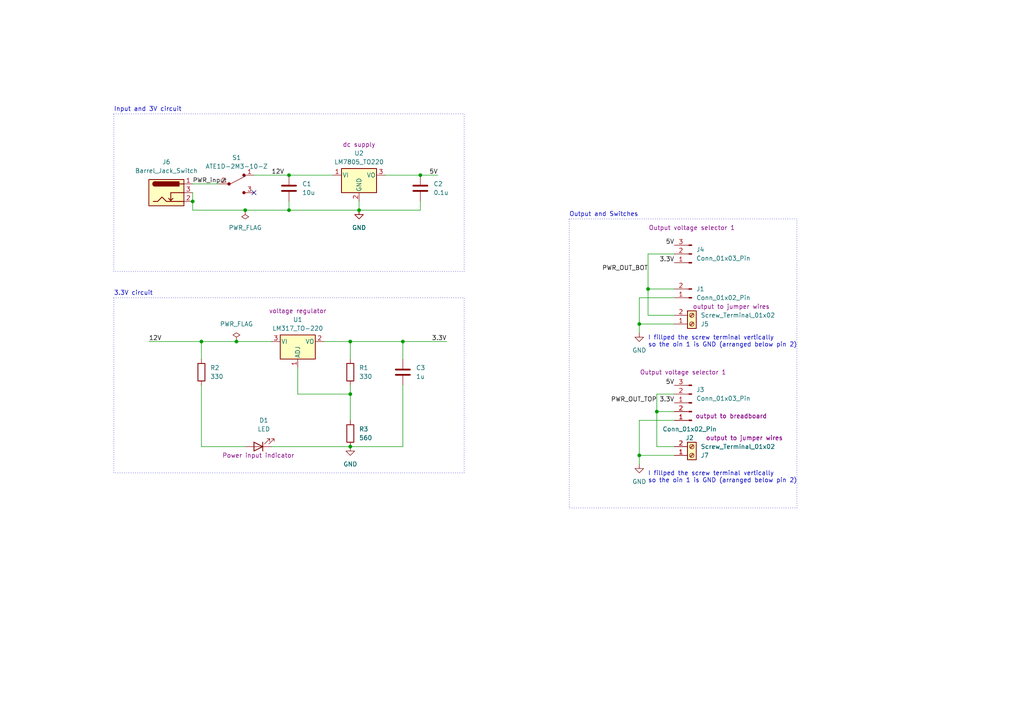
<source format=kicad_sch>
(kicad_sch
	(version 20250114)
	(generator "eeschema")
	(generator_version "9.0")
	(uuid "7e5603fa-0273-4833-bb01-68fdfd082a82")
	(paper "A4")
	(title_block
		(title "Learning KiCad with simple project ")
		(date "2025-12-23")
		(rev "1")
		(company "KMT&Co")
	)
	(lib_symbols
		(symbol "Connector:Barrel_Jack_Switch"
			(pin_names
				(hide yes)
			)
			(exclude_from_sim no)
			(in_bom yes)
			(on_board yes)
			(property "Reference" "J"
				(at 0 5.334 0)
				(effects
					(font
						(size 1.27 1.27)
					)
				)
			)
			(property "Value" "Barrel_Jack_Switch"
				(at 0 -5.08 0)
				(effects
					(font
						(size 1.27 1.27)
					)
				)
			)
			(property "Footprint" ""
				(at 1.27 -1.016 0)
				(effects
					(font
						(size 1.27 1.27)
					)
					(hide yes)
				)
			)
			(property "Datasheet" "~"
				(at 1.27 -1.016 0)
				(effects
					(font
						(size 1.27 1.27)
					)
					(hide yes)
				)
			)
			(property "Description" "DC Barrel Jack with an internal switch"
				(at 0 0 0)
				(effects
					(font
						(size 1.27 1.27)
					)
					(hide yes)
				)
			)
			(property "ki_keywords" "DC power barrel jack connector"
				(at 0 0 0)
				(effects
					(font
						(size 1.27 1.27)
					)
					(hide yes)
				)
			)
			(property "ki_fp_filters" "BarrelJack*"
				(at 0 0 0)
				(effects
					(font
						(size 1.27 1.27)
					)
					(hide yes)
				)
			)
			(symbol "Barrel_Jack_Switch_0_1"
				(rectangle
					(start -5.08 3.81)
					(end 5.08 -3.81)
					(stroke
						(width 0.254)
						(type default)
					)
					(fill
						(type background)
					)
				)
				(polyline
					(pts
						(xy -3.81 -2.54) (xy -2.54 -2.54) (xy -1.27 -1.27) (xy 0 -2.54) (xy 2.54 -2.54) (xy 5.08 -2.54)
					)
					(stroke
						(width 0.254)
						(type default)
					)
					(fill
						(type none)
					)
				)
				(arc
					(start -3.302 1.905)
					(mid -3.9343 2.54)
					(end -3.302 3.175)
					(stroke
						(width 0.254)
						(type default)
					)
					(fill
						(type none)
					)
				)
				(arc
					(start -3.302 1.905)
					(mid -3.9343 2.54)
					(end -3.302 3.175)
					(stroke
						(width 0.254)
						(type default)
					)
					(fill
						(type outline)
					)
				)
				(polyline
					(pts
						(xy 1.27 -2.286) (xy 1.905 -1.651)
					)
					(stroke
						(width 0.254)
						(type default)
					)
					(fill
						(type none)
					)
				)
				(rectangle
					(start 3.683 3.175)
					(end -3.302 1.905)
					(stroke
						(width 0.254)
						(type default)
					)
					(fill
						(type outline)
					)
				)
				(polyline
					(pts
						(xy 5.08 2.54) (xy 3.81 2.54)
					)
					(stroke
						(width 0.254)
						(type default)
					)
					(fill
						(type none)
					)
				)
				(polyline
					(pts
						(xy 5.08 0) (xy 1.27 0) (xy 1.27 -2.286) (xy 0.635 -1.651)
					)
					(stroke
						(width 0.254)
						(type default)
					)
					(fill
						(type none)
					)
				)
			)
			(symbol "Barrel_Jack_Switch_1_1"
				(pin passive line
					(at 7.62 2.54 180)
					(length 2.54)
					(name "~"
						(effects
							(font
								(size 1.27 1.27)
							)
						)
					)
					(number "1"
						(effects
							(font
								(size 1.27 1.27)
							)
						)
					)
				)
				(pin passive line
					(at 7.62 0 180)
					(length 2.54)
					(name "~"
						(effects
							(font
								(size 1.27 1.27)
							)
						)
					)
					(number "3"
						(effects
							(font
								(size 1.27 1.27)
							)
						)
					)
				)
				(pin passive line
					(at 7.62 -2.54 180)
					(length 2.54)
					(name "~"
						(effects
							(font
								(size 1.27 1.27)
							)
						)
					)
					(number "2"
						(effects
							(font
								(size 1.27 1.27)
							)
						)
					)
				)
			)
			(embedded_fonts no)
		)
		(symbol "Connector:Conn_01x02_Pin"
			(pin_names
				(offset 1.016)
				(hide yes)
			)
			(exclude_from_sim no)
			(in_bom yes)
			(on_board yes)
			(property "Reference" "J"
				(at 0 2.54 0)
				(effects
					(font
						(size 1.27 1.27)
					)
				)
			)
			(property "Value" "Conn_01x02_Pin"
				(at 0 -5.08 0)
				(effects
					(font
						(size 1.27 1.27)
					)
				)
			)
			(property "Footprint" ""
				(at 0 0 0)
				(effects
					(font
						(size 1.27 1.27)
					)
					(hide yes)
				)
			)
			(property "Datasheet" "~"
				(at 0 0 0)
				(effects
					(font
						(size 1.27 1.27)
					)
					(hide yes)
				)
			)
			(property "Description" "Generic connector, single row, 01x02, script generated"
				(at 0 0 0)
				(effects
					(font
						(size 1.27 1.27)
					)
					(hide yes)
				)
			)
			(property "ki_locked" ""
				(at 0 0 0)
				(effects
					(font
						(size 1.27 1.27)
					)
				)
			)
			(property "ki_keywords" "connector"
				(at 0 0 0)
				(effects
					(font
						(size 1.27 1.27)
					)
					(hide yes)
				)
			)
			(property "ki_fp_filters" "Connector*:*_1x??_*"
				(at 0 0 0)
				(effects
					(font
						(size 1.27 1.27)
					)
					(hide yes)
				)
			)
			(symbol "Conn_01x02_Pin_1_1"
				(rectangle
					(start 0.8636 0.127)
					(end 0 -0.127)
					(stroke
						(width 0.1524)
						(type default)
					)
					(fill
						(type outline)
					)
				)
				(rectangle
					(start 0.8636 -2.413)
					(end 0 -2.667)
					(stroke
						(width 0.1524)
						(type default)
					)
					(fill
						(type outline)
					)
				)
				(polyline
					(pts
						(xy 1.27 0) (xy 0.8636 0)
					)
					(stroke
						(width 0.1524)
						(type default)
					)
					(fill
						(type none)
					)
				)
				(polyline
					(pts
						(xy 1.27 -2.54) (xy 0.8636 -2.54)
					)
					(stroke
						(width 0.1524)
						(type default)
					)
					(fill
						(type none)
					)
				)
				(pin passive line
					(at 5.08 0 180)
					(length 3.81)
					(name "Pin_1"
						(effects
							(font
								(size 1.27 1.27)
							)
						)
					)
					(number "1"
						(effects
							(font
								(size 1.27 1.27)
							)
						)
					)
				)
				(pin passive line
					(at 5.08 -2.54 180)
					(length 3.81)
					(name "Pin_2"
						(effects
							(font
								(size 1.27 1.27)
							)
						)
					)
					(number "2"
						(effects
							(font
								(size 1.27 1.27)
							)
						)
					)
				)
			)
			(embedded_fonts no)
		)
		(symbol "Connector:Conn_01x03_Pin"
			(pin_names
				(offset 1.016)
				(hide yes)
			)
			(exclude_from_sim no)
			(in_bom yes)
			(on_board yes)
			(property "Reference" "J"
				(at 0 5.08 0)
				(effects
					(font
						(size 1.27 1.27)
					)
				)
			)
			(property "Value" "Conn_01x03_Pin"
				(at 0 -5.08 0)
				(effects
					(font
						(size 1.27 1.27)
					)
				)
			)
			(property "Footprint" ""
				(at 0 0 0)
				(effects
					(font
						(size 1.27 1.27)
					)
					(hide yes)
				)
			)
			(property "Datasheet" "~"
				(at 0 0 0)
				(effects
					(font
						(size 1.27 1.27)
					)
					(hide yes)
				)
			)
			(property "Description" "Generic connector, single row, 01x03, script generated"
				(at 0 0 0)
				(effects
					(font
						(size 1.27 1.27)
					)
					(hide yes)
				)
			)
			(property "ki_locked" ""
				(at 0 0 0)
				(effects
					(font
						(size 1.27 1.27)
					)
				)
			)
			(property "ki_keywords" "connector"
				(at 0 0 0)
				(effects
					(font
						(size 1.27 1.27)
					)
					(hide yes)
				)
			)
			(property "ki_fp_filters" "Connector*:*_1x??_*"
				(at 0 0 0)
				(effects
					(font
						(size 1.27 1.27)
					)
					(hide yes)
				)
			)
			(symbol "Conn_01x03_Pin_1_1"
				(rectangle
					(start 0.8636 2.667)
					(end 0 2.413)
					(stroke
						(width 0.1524)
						(type default)
					)
					(fill
						(type outline)
					)
				)
				(rectangle
					(start 0.8636 0.127)
					(end 0 -0.127)
					(stroke
						(width 0.1524)
						(type default)
					)
					(fill
						(type outline)
					)
				)
				(rectangle
					(start 0.8636 -2.413)
					(end 0 -2.667)
					(stroke
						(width 0.1524)
						(type default)
					)
					(fill
						(type outline)
					)
				)
				(polyline
					(pts
						(xy 1.27 2.54) (xy 0.8636 2.54)
					)
					(stroke
						(width 0.1524)
						(type default)
					)
					(fill
						(type none)
					)
				)
				(polyline
					(pts
						(xy 1.27 0) (xy 0.8636 0)
					)
					(stroke
						(width 0.1524)
						(type default)
					)
					(fill
						(type none)
					)
				)
				(polyline
					(pts
						(xy 1.27 -2.54) (xy 0.8636 -2.54)
					)
					(stroke
						(width 0.1524)
						(type default)
					)
					(fill
						(type none)
					)
				)
				(pin passive line
					(at 5.08 2.54 180)
					(length 3.81)
					(name "Pin_1"
						(effects
							(font
								(size 1.27 1.27)
							)
						)
					)
					(number "1"
						(effects
							(font
								(size 1.27 1.27)
							)
						)
					)
				)
				(pin passive line
					(at 5.08 0 180)
					(length 3.81)
					(name "Pin_2"
						(effects
							(font
								(size 1.27 1.27)
							)
						)
					)
					(number "2"
						(effects
							(font
								(size 1.27 1.27)
							)
						)
					)
				)
				(pin passive line
					(at 5.08 -2.54 180)
					(length 3.81)
					(name "Pin_3"
						(effects
							(font
								(size 1.27 1.27)
							)
						)
					)
					(number "3"
						(effects
							(font
								(size 1.27 1.27)
							)
						)
					)
				)
			)
			(embedded_fonts no)
		)
		(symbol "Connector:Screw_Terminal_01x02"
			(pin_names
				(offset 1.016)
				(hide yes)
			)
			(exclude_from_sim no)
			(in_bom yes)
			(on_board yes)
			(property "Reference" "J"
				(at 0 2.54 0)
				(effects
					(font
						(size 1.27 1.27)
					)
				)
			)
			(property "Value" "Screw_Terminal_01x02"
				(at 0 -5.08 0)
				(effects
					(font
						(size 1.27 1.27)
					)
				)
			)
			(property "Footprint" ""
				(at 0 0 0)
				(effects
					(font
						(size 1.27 1.27)
					)
					(hide yes)
				)
			)
			(property "Datasheet" "~"
				(at 0 0 0)
				(effects
					(font
						(size 1.27 1.27)
					)
					(hide yes)
				)
			)
			(property "Description" "Generic screw terminal, single row, 01x02, script generated (kicad-library-utils/schlib/autogen/connector/)"
				(at 0 0 0)
				(effects
					(font
						(size 1.27 1.27)
					)
					(hide yes)
				)
			)
			(property "ki_keywords" "screw terminal"
				(at 0 0 0)
				(effects
					(font
						(size 1.27 1.27)
					)
					(hide yes)
				)
			)
			(property "ki_fp_filters" "TerminalBlock*:*"
				(at 0 0 0)
				(effects
					(font
						(size 1.27 1.27)
					)
					(hide yes)
				)
			)
			(symbol "Screw_Terminal_01x02_1_1"
				(rectangle
					(start -1.27 1.27)
					(end 1.27 -3.81)
					(stroke
						(width 0.254)
						(type default)
					)
					(fill
						(type background)
					)
				)
				(polyline
					(pts
						(xy -0.5334 0.3302) (xy 0.3302 -0.508)
					)
					(stroke
						(width 0.1524)
						(type default)
					)
					(fill
						(type none)
					)
				)
				(polyline
					(pts
						(xy -0.5334 -2.2098) (xy 0.3302 -3.048)
					)
					(stroke
						(width 0.1524)
						(type default)
					)
					(fill
						(type none)
					)
				)
				(polyline
					(pts
						(xy -0.3556 0.508) (xy 0.508 -0.3302)
					)
					(stroke
						(width 0.1524)
						(type default)
					)
					(fill
						(type none)
					)
				)
				(polyline
					(pts
						(xy -0.3556 -2.032) (xy 0.508 -2.8702)
					)
					(stroke
						(width 0.1524)
						(type default)
					)
					(fill
						(type none)
					)
				)
				(circle
					(center 0 0)
					(radius 0.635)
					(stroke
						(width 0.1524)
						(type default)
					)
					(fill
						(type none)
					)
				)
				(circle
					(center 0 -2.54)
					(radius 0.635)
					(stroke
						(width 0.1524)
						(type default)
					)
					(fill
						(type none)
					)
				)
				(pin passive line
					(at -5.08 0 0)
					(length 3.81)
					(name "Pin_1"
						(effects
							(font
								(size 1.27 1.27)
							)
						)
					)
					(number "1"
						(effects
							(font
								(size 1.27 1.27)
							)
						)
					)
				)
				(pin passive line
					(at -5.08 -2.54 0)
					(length 3.81)
					(name "Pin_2"
						(effects
							(font
								(size 1.27 1.27)
							)
						)
					)
					(number "2"
						(effects
							(font
								(size 1.27 1.27)
							)
						)
					)
				)
			)
			(embedded_fonts no)
		)
		(symbol "Device:C"
			(pin_numbers
				(hide yes)
			)
			(pin_names
				(offset 0.254)
			)
			(exclude_from_sim no)
			(in_bom yes)
			(on_board yes)
			(property "Reference" "C"
				(at 0.635 2.54 0)
				(effects
					(font
						(size 1.27 1.27)
					)
					(justify left)
				)
			)
			(property "Value" "C"
				(at 0.635 -2.54 0)
				(effects
					(font
						(size 1.27 1.27)
					)
					(justify left)
				)
			)
			(property "Footprint" ""
				(at 0.9652 -3.81 0)
				(effects
					(font
						(size 1.27 1.27)
					)
					(hide yes)
				)
			)
			(property "Datasheet" "~"
				(at 0 0 0)
				(effects
					(font
						(size 1.27 1.27)
					)
					(hide yes)
				)
			)
			(property "Description" "Unpolarized capacitor"
				(at 0 0 0)
				(effects
					(font
						(size 1.27 1.27)
					)
					(hide yes)
				)
			)
			(property "ki_keywords" "cap capacitor"
				(at 0 0 0)
				(effects
					(font
						(size 1.27 1.27)
					)
					(hide yes)
				)
			)
			(property "ki_fp_filters" "C_*"
				(at 0 0 0)
				(effects
					(font
						(size 1.27 1.27)
					)
					(hide yes)
				)
			)
			(symbol "C_0_1"
				(polyline
					(pts
						(xy -2.032 0.762) (xy 2.032 0.762)
					)
					(stroke
						(width 0.508)
						(type default)
					)
					(fill
						(type none)
					)
				)
				(polyline
					(pts
						(xy -2.032 -0.762) (xy 2.032 -0.762)
					)
					(stroke
						(width 0.508)
						(type default)
					)
					(fill
						(type none)
					)
				)
			)
			(symbol "C_1_1"
				(pin passive line
					(at 0 3.81 270)
					(length 2.794)
					(name "~"
						(effects
							(font
								(size 1.27 1.27)
							)
						)
					)
					(number "1"
						(effects
							(font
								(size 1.27 1.27)
							)
						)
					)
				)
				(pin passive line
					(at 0 -3.81 90)
					(length 2.794)
					(name "~"
						(effects
							(font
								(size 1.27 1.27)
							)
						)
					)
					(number "2"
						(effects
							(font
								(size 1.27 1.27)
							)
						)
					)
				)
			)
			(embedded_fonts no)
		)
		(symbol "Device:LED"
			(pin_numbers
				(hide yes)
			)
			(pin_names
				(offset 1.016)
				(hide yes)
			)
			(exclude_from_sim no)
			(in_bom yes)
			(on_board yes)
			(property "Reference" "D"
				(at 0 2.54 0)
				(effects
					(font
						(size 1.27 1.27)
					)
				)
			)
			(property "Value" "LED"
				(at 0 -2.54 0)
				(effects
					(font
						(size 1.27 1.27)
					)
				)
			)
			(property "Footprint" ""
				(at 0 0 0)
				(effects
					(font
						(size 1.27 1.27)
					)
					(hide yes)
				)
			)
			(property "Datasheet" "~"
				(at 0 0 0)
				(effects
					(font
						(size 1.27 1.27)
					)
					(hide yes)
				)
			)
			(property "Description" "Light emitting diode"
				(at 0 0 0)
				(effects
					(font
						(size 1.27 1.27)
					)
					(hide yes)
				)
			)
			(property "Sim.Pins" "1=K 2=A"
				(at 0 0 0)
				(effects
					(font
						(size 1.27 1.27)
					)
					(hide yes)
				)
			)
			(property "ki_keywords" "LED diode"
				(at 0 0 0)
				(effects
					(font
						(size 1.27 1.27)
					)
					(hide yes)
				)
			)
			(property "ki_fp_filters" "LED* LED_SMD:* LED_THT:*"
				(at 0 0 0)
				(effects
					(font
						(size 1.27 1.27)
					)
					(hide yes)
				)
			)
			(symbol "LED_0_1"
				(polyline
					(pts
						(xy -3.048 -0.762) (xy -4.572 -2.286) (xy -3.81 -2.286) (xy -4.572 -2.286) (xy -4.572 -1.524)
					)
					(stroke
						(width 0)
						(type default)
					)
					(fill
						(type none)
					)
				)
				(polyline
					(pts
						(xy -1.778 -0.762) (xy -3.302 -2.286) (xy -2.54 -2.286) (xy -3.302 -2.286) (xy -3.302 -1.524)
					)
					(stroke
						(width 0)
						(type default)
					)
					(fill
						(type none)
					)
				)
				(polyline
					(pts
						(xy -1.27 0) (xy 1.27 0)
					)
					(stroke
						(width 0)
						(type default)
					)
					(fill
						(type none)
					)
				)
				(polyline
					(pts
						(xy -1.27 -1.27) (xy -1.27 1.27)
					)
					(stroke
						(width 0.254)
						(type default)
					)
					(fill
						(type none)
					)
				)
				(polyline
					(pts
						(xy 1.27 -1.27) (xy 1.27 1.27) (xy -1.27 0) (xy 1.27 -1.27)
					)
					(stroke
						(width 0.254)
						(type default)
					)
					(fill
						(type none)
					)
				)
			)
			(symbol "LED_1_1"
				(pin passive line
					(at -3.81 0 0)
					(length 2.54)
					(name "K"
						(effects
							(font
								(size 1.27 1.27)
							)
						)
					)
					(number "1"
						(effects
							(font
								(size 1.27 1.27)
							)
						)
					)
				)
				(pin passive line
					(at 3.81 0 180)
					(length 2.54)
					(name "A"
						(effects
							(font
								(size 1.27 1.27)
							)
						)
					)
					(number "2"
						(effects
							(font
								(size 1.27 1.27)
							)
						)
					)
				)
			)
			(embedded_fonts no)
		)
		(symbol "Device:R"
			(pin_numbers
				(hide yes)
			)
			(pin_names
				(offset 0)
			)
			(exclude_from_sim no)
			(in_bom yes)
			(on_board yes)
			(property "Reference" "R"
				(at 2.032 0 90)
				(effects
					(font
						(size 1.27 1.27)
					)
				)
			)
			(property "Value" "R"
				(at 0 0 90)
				(effects
					(font
						(size 1.27 1.27)
					)
				)
			)
			(property "Footprint" ""
				(at -1.778 0 90)
				(effects
					(font
						(size 1.27 1.27)
					)
					(hide yes)
				)
			)
			(property "Datasheet" "~"
				(at 0 0 0)
				(effects
					(font
						(size 1.27 1.27)
					)
					(hide yes)
				)
			)
			(property "Description" "Resistor"
				(at 0 0 0)
				(effects
					(font
						(size 1.27 1.27)
					)
					(hide yes)
				)
			)
			(property "ki_keywords" "R res resistor"
				(at 0 0 0)
				(effects
					(font
						(size 1.27 1.27)
					)
					(hide yes)
				)
			)
			(property "ki_fp_filters" "R_*"
				(at 0 0 0)
				(effects
					(font
						(size 1.27 1.27)
					)
					(hide yes)
				)
			)
			(symbol "R_0_1"
				(rectangle
					(start -1.016 -2.54)
					(end 1.016 2.54)
					(stroke
						(width 0.254)
						(type default)
					)
					(fill
						(type none)
					)
				)
			)
			(symbol "R_1_1"
				(pin passive line
					(at 0 3.81 270)
					(length 1.27)
					(name "~"
						(effects
							(font
								(size 1.27 1.27)
							)
						)
					)
					(number "1"
						(effects
							(font
								(size 1.27 1.27)
							)
						)
					)
				)
				(pin passive line
					(at 0 -3.81 90)
					(length 1.27)
					(name "~"
						(effects
							(font
								(size 1.27 1.27)
							)
						)
					)
					(number "2"
						(effects
							(font
								(size 1.27 1.27)
							)
						)
					)
				)
			)
			(embedded_fonts no)
		)
		(symbol "Regulator_Linear:LM317_TO-220"
			(pin_names
				(offset 0.254)
			)
			(exclude_from_sim no)
			(in_bom yes)
			(on_board yes)
			(property "Reference" "U"
				(at -3.81 3.175 0)
				(effects
					(font
						(size 1.27 1.27)
					)
				)
			)
			(property "Value" "LM317_TO-220"
				(at 0 3.175 0)
				(effects
					(font
						(size 1.27 1.27)
					)
					(justify left)
				)
			)
			(property "Footprint" "Package_TO_SOT_THT:TO-220-3_Vertical"
				(at 0 6.35 0)
				(effects
					(font
						(size 1.27 1.27)
						(italic yes)
					)
					(hide yes)
				)
			)
			(property "Datasheet" "http://www.ti.com/lit/ds/symlink/lm317.pdf"
				(at 0 0 0)
				(effects
					(font
						(size 1.27 1.27)
					)
					(hide yes)
				)
			)
			(property "Description" "1.5A 35V Adjustable Linear Regulator, TO-220"
				(at 0 0 0)
				(effects
					(font
						(size 1.27 1.27)
					)
					(hide yes)
				)
			)
			(property "ki_keywords" "Adjustable Voltage Regulator 1A Positive"
				(at 0 0 0)
				(effects
					(font
						(size 1.27 1.27)
					)
					(hide yes)
				)
			)
			(property "ki_fp_filters" "TO?220*"
				(at 0 0 0)
				(effects
					(font
						(size 1.27 1.27)
					)
					(hide yes)
				)
			)
			(symbol "LM317_TO-220_0_1"
				(rectangle
					(start -5.08 1.905)
					(end 5.08 -5.08)
					(stroke
						(width 0.254)
						(type default)
					)
					(fill
						(type background)
					)
				)
			)
			(symbol "LM317_TO-220_1_1"
				(pin power_in line
					(at -7.62 0 0)
					(length 2.54)
					(name "VI"
						(effects
							(font
								(size 1.27 1.27)
							)
						)
					)
					(number "3"
						(effects
							(font
								(size 1.27 1.27)
							)
						)
					)
				)
				(pin input line
					(at 0 -7.62 90)
					(length 2.54)
					(name "ADJ"
						(effects
							(font
								(size 1.27 1.27)
							)
						)
					)
					(number "1"
						(effects
							(font
								(size 1.27 1.27)
							)
						)
					)
				)
				(pin power_out line
					(at 7.62 0 180)
					(length 2.54)
					(name "VO"
						(effects
							(font
								(size 1.27 1.27)
							)
						)
					)
					(number "2"
						(effects
							(font
								(size 1.27 1.27)
							)
						)
					)
				)
			)
			(embedded_fonts no)
		)
		(symbol "Regulator_Linear:LM7805_TO220"
			(pin_names
				(offset 0.254)
			)
			(exclude_from_sim no)
			(in_bom yes)
			(on_board yes)
			(property "Reference" "U"
				(at -3.81 3.175 0)
				(effects
					(font
						(size 1.27 1.27)
					)
				)
			)
			(property "Value" "LM7805_TO220"
				(at 0 3.175 0)
				(effects
					(font
						(size 1.27 1.27)
					)
					(justify left)
				)
			)
			(property "Footprint" "Package_TO_SOT_THT:TO-220-3_Vertical"
				(at 0 5.715 0)
				(effects
					(font
						(size 1.27 1.27)
						(italic yes)
					)
					(hide yes)
				)
			)
			(property "Datasheet" "https://www.onsemi.cn/PowerSolutions/document/MC7800-D.PDF"
				(at 0 -1.27 0)
				(effects
					(font
						(size 1.27 1.27)
					)
					(hide yes)
				)
			)
			(property "Description" "Positive 1A 35V Linear Regulator, Fixed Output 5V, TO-220"
				(at 0 0 0)
				(effects
					(font
						(size 1.27 1.27)
					)
					(hide yes)
				)
			)
			(property "ki_keywords" "Voltage Regulator 1A Positive"
				(at 0 0 0)
				(effects
					(font
						(size 1.27 1.27)
					)
					(hide yes)
				)
			)
			(property "ki_fp_filters" "TO?220*"
				(at 0 0 0)
				(effects
					(font
						(size 1.27 1.27)
					)
					(hide yes)
				)
			)
			(symbol "LM7805_TO220_0_1"
				(rectangle
					(start -5.08 1.905)
					(end 5.08 -5.08)
					(stroke
						(width 0.254)
						(type default)
					)
					(fill
						(type background)
					)
				)
			)
			(symbol "LM7805_TO220_1_1"
				(pin power_in line
					(at -7.62 0 0)
					(length 2.54)
					(name "VI"
						(effects
							(font
								(size 1.27 1.27)
							)
						)
					)
					(number "1"
						(effects
							(font
								(size 1.27 1.27)
							)
						)
					)
				)
				(pin power_in line
					(at 0 -7.62 90)
					(length 2.54)
					(name "GND"
						(effects
							(font
								(size 1.27 1.27)
							)
						)
					)
					(number "2"
						(effects
							(font
								(size 1.27 1.27)
							)
						)
					)
				)
				(pin power_out line
					(at 7.62 0 180)
					(length 2.54)
					(name "VO"
						(effects
							(font
								(size 1.27 1.27)
							)
						)
					)
					(number "3"
						(effects
							(font
								(size 1.27 1.27)
							)
						)
					)
				)
			)
			(embedded_fonts no)
		)
		(symbol "dk_Toggle-Switches:ATE1D-2M3-10-Z"
			(pin_names
				(offset 0)
				(hide yes)
			)
			(exclude_from_sim no)
			(in_bom yes)
			(on_board yes)
			(property "Reference" "S"
				(at -3.302 2.921 0)
				(effects
					(font
						(size 1.27 1.27)
					)
				)
			)
			(property "Value" "ATE1D-2M3-10-Z"
				(at 0.127 -5.334 0)
				(effects
					(font
						(size 1.27 1.27)
					)
				)
			)
			(property "Footprint" "digikey-footprints:Switch_Toggle_ATE1D-2M3-10-Z"
				(at 5.08 5.08 0)
				(effects
					(font
						(size 1.27 1.27)
					)
					(justify left)
					(hide yes)
				)
			)
			(property "Datasheet" "https://www.nidec-copal-electronics.com/e/catalog/switch/ate.pdf"
				(at 5.08 7.62 0)
				(effects
					(font
						(size 1.524 1.524)
					)
					(justify left)
					(hide yes)
				)
			)
			(property "Description" "SWITCH TOGGLE SPDT 50MA 48V"
				(at 0 0 0)
				(effects
					(font
						(size 1.27 1.27)
					)
					(hide yes)
				)
			)
			(property "Digi-Key_PN" "563-1157-ND"
				(at 5.08 10.16 0)
				(effects
					(font
						(size 1.524 1.524)
					)
					(justify left)
					(hide yes)
				)
			)
			(property "MPN" "ATE1D-2M3-10-Z"
				(at 5.08 12.7 0)
				(effects
					(font
						(size 1.524 1.524)
					)
					(justify left)
					(hide yes)
				)
			)
			(property "Category" "Switches"
				(at 5.08 15.24 0)
				(effects
					(font
						(size 1.524 1.524)
					)
					(justify left)
					(hide yes)
				)
			)
			(property "Family" "Toggle Switches"
				(at 5.08 17.78 0)
				(effects
					(font
						(size 1.524 1.524)
					)
					(justify left)
					(hide yes)
				)
			)
			(property "DK_Datasheet_Link" "https://www.nidec-copal-electronics.com/e/catalog/switch/ate.pdf"
				(at 5.08 20.32 0)
				(effects
					(font
						(size 1.524 1.524)
					)
					(justify left)
					(hide yes)
				)
			)
			(property "DK_Detail_Page" "/product-detail/en/nidec-copal-electronics/ATE1D-2M3-10-Z/563-1157-ND/1792018"
				(at 5.08 22.86 0)
				(effects
					(font
						(size 1.524 1.524)
					)
					(justify left)
					(hide yes)
				)
			)
			(property "Description_1" "SWITCH TOGGLE SPDT 50MA 48V"
				(at 5.08 25.4 0)
				(effects
					(font
						(size 1.524 1.524)
					)
					(justify left)
					(hide yes)
				)
			)
			(property "Manufacturer" "Nidec Copal Electronics"
				(at 5.08 27.94 0)
				(effects
					(font
						(size 1.524 1.524)
					)
					(justify left)
					(hide yes)
				)
			)
			(property "Status" "Active"
				(at 5.08 30.48 0)
				(effects
					(font
						(size 1.524 1.524)
					)
					(justify left)
					(hide yes)
				)
			)
			(property "ki_keywords" "563-1157-ND ATE"
				(at 0 0 0)
				(effects
					(font
						(size 1.27 1.27)
					)
					(hide yes)
				)
			)
			(symbol "ATE1D-2M3-10-Z_0_1"
				(circle
					(center -2.159 0)
					(radius 0.4064)
					(stroke
						(width 0)
						(type solid)
					)
					(fill
						(type outline)
					)
				)
				(circle
					(center 2.159 2.54)
					(radius 0.381)
					(stroke
						(width 0)
						(type solid)
					)
					(fill
						(type outline)
					)
				)
				(circle
					(center 2.159 -2.54)
					(radius 0.381)
					(stroke
						(width 0)
						(type solid)
					)
					(fill
						(type outline)
					)
				)
				(polyline
					(pts
						(xy 2.667 2.286) (xy -1.778 0)
					)
					(stroke
						(width 0)
						(type solid)
					)
					(fill
						(type none)
					)
				)
			)
			(symbol "ATE1D-2M3-10-Z_1_1"
				(pin passive line
					(at -5.08 0 0)
					(length 2.54)
					(name "Com"
						(effects
							(font
								(size 1.27 1.27)
							)
						)
					)
					(number "2"
						(effects
							(font
								(size 1.27 1.27)
							)
						)
					)
				)
				(pin passive line
					(at 5.08 2.54 180)
					(length 2.54)
					(name "~"
						(effects
							(font
								(size 1.27 1.27)
							)
						)
					)
					(number "1"
						(effects
							(font
								(size 1.27 1.27)
							)
						)
					)
				)
				(pin passive line
					(at 5.08 -2.54 180)
					(length 2.54)
					(name "~"
						(effects
							(font
								(size 1.27 1.27)
							)
						)
					)
					(number "3"
						(effects
							(font
								(size 1.27 1.27)
							)
						)
					)
				)
			)
			(embedded_fonts no)
		)
		(symbol "power:GND"
			(power)
			(pin_numbers
				(hide yes)
			)
			(pin_names
				(offset 0)
				(hide yes)
			)
			(exclude_from_sim no)
			(in_bom yes)
			(on_board yes)
			(property "Reference" "#PWR"
				(at 0 -6.35 0)
				(effects
					(font
						(size 1.27 1.27)
					)
					(hide yes)
				)
			)
			(property "Value" "GND"
				(at 0 -3.81 0)
				(effects
					(font
						(size 1.27 1.27)
					)
				)
			)
			(property "Footprint" ""
				(at 0 0 0)
				(effects
					(font
						(size 1.27 1.27)
					)
					(hide yes)
				)
			)
			(property "Datasheet" ""
				(at 0 0 0)
				(effects
					(font
						(size 1.27 1.27)
					)
					(hide yes)
				)
			)
			(property "Description" "Power symbol creates a global label with name \"GND\" , ground"
				(at 0 0 0)
				(effects
					(font
						(size 1.27 1.27)
					)
					(hide yes)
				)
			)
			(property "ki_keywords" "global power"
				(at 0 0 0)
				(effects
					(font
						(size 1.27 1.27)
					)
					(hide yes)
				)
			)
			(symbol "GND_0_1"
				(polyline
					(pts
						(xy 0 0) (xy 0 -1.27) (xy 1.27 -1.27) (xy 0 -2.54) (xy -1.27 -1.27) (xy 0 -1.27)
					)
					(stroke
						(width 0)
						(type default)
					)
					(fill
						(type none)
					)
				)
			)
			(symbol "GND_1_1"
				(pin power_in line
					(at 0 0 270)
					(length 0)
					(name "~"
						(effects
							(font
								(size 1.27 1.27)
							)
						)
					)
					(number "1"
						(effects
							(font
								(size 1.27 1.27)
							)
						)
					)
				)
			)
			(embedded_fonts no)
		)
		(symbol "power:PWR_FLAG"
			(power)
			(pin_numbers
				(hide yes)
			)
			(pin_names
				(offset 0)
				(hide yes)
			)
			(exclude_from_sim no)
			(in_bom yes)
			(on_board yes)
			(property "Reference" "#FLG"
				(at 0 1.905 0)
				(effects
					(font
						(size 1.27 1.27)
					)
					(hide yes)
				)
			)
			(property "Value" "PWR_FLAG"
				(at 0 3.81 0)
				(effects
					(font
						(size 1.27 1.27)
					)
				)
			)
			(property "Footprint" ""
				(at 0 0 0)
				(effects
					(font
						(size 1.27 1.27)
					)
					(hide yes)
				)
			)
			(property "Datasheet" "~"
				(at 0 0 0)
				(effects
					(font
						(size 1.27 1.27)
					)
					(hide yes)
				)
			)
			(property "Description" "Special symbol for telling ERC where power comes from"
				(at 0 0 0)
				(effects
					(font
						(size 1.27 1.27)
					)
					(hide yes)
				)
			)
			(property "ki_keywords" "flag power"
				(at 0 0 0)
				(effects
					(font
						(size 1.27 1.27)
					)
					(hide yes)
				)
			)
			(symbol "PWR_FLAG_0_0"
				(pin power_out line
					(at 0 0 90)
					(length 0)
					(name "~"
						(effects
							(font
								(size 1.27 1.27)
							)
						)
					)
					(number "1"
						(effects
							(font
								(size 1.27 1.27)
							)
						)
					)
				)
			)
			(symbol "PWR_FLAG_0_1"
				(polyline
					(pts
						(xy 0 0) (xy 0 1.27) (xy -1.016 1.905) (xy 0 2.54) (xy 1.016 1.905) (xy 0 1.27)
					)
					(stroke
						(width 0)
						(type default)
					)
					(fill
						(type none)
					)
				)
			)
			(embedded_fonts no)
		)
	)
	(rectangle
		(start 165.1 63.5)
		(end 231.14 147.32)
		(stroke
			(width 0)
			(type dot)
		)
		(fill
			(type none)
		)
		(uuid 06cc7a30-212a-4352-b223-56c754625cb3)
	)
	(rectangle
		(start 33.02 86.36)
		(end 134.62 137.16)
		(stroke
			(width 0)
			(type dot)
		)
		(fill
			(type none)
		)
		(uuid 91c67f5b-a507-47fc-abf4-fd1240d90e53)
	)
	(rectangle
		(start 33.02 33.02)
		(end 134.62 78.74)
		(stroke
			(width 0)
			(type dot)
		)
		(fill
			(type none)
		)
		(uuid e2a2c2f4-db4e-446d-aa5a-1c99df250474)
	)
	(text "I fillped the screw terminal vertically \nso the oin 1 is GND (arranged below pin 2)"
		(exclude_from_sim no)
		(at 187.96 138.43 0)
		(effects
			(font
				(size 1.27 1.27)
			)
			(justify left)
		)
		(uuid "17ef753c-d928-4d1a-a7a1-353b8380ed64")
	)
	(text "3.3V circuit\n"
		(exclude_from_sim no)
		(at 33.02 85.09 0)
		(effects
			(font
				(size 1.27 1.27)
			)
			(justify left)
		)
		(uuid "5cc4cc09-5810-47bf-8692-ff1be3d18b6d")
	)
	(text "Output and Switches"
		(exclude_from_sim no)
		(at 165.1 62.23 0)
		(effects
			(font
				(size 1.27 1.27)
			)
			(justify left)
		)
		(uuid "9b60131f-c3cf-4699-ab83-0347001368ce")
	)
	(text "Input and 3V circuit"
		(exclude_from_sim no)
		(at 33.02 31.75 0)
		(effects
			(font
				(size 1.27 1.27)
			)
			(justify left)
		)
		(uuid "a07ad831-04ea-4c09-b82e-85fc36677b82")
	)
	(text "I fillped the screw terminal vertically \nso the oin 1 is GND (arranged below pin 2)"
		(exclude_from_sim no)
		(at 187.96 99.06 0)
		(effects
			(font
				(size 1.27 1.27)
			)
			(justify left)
		)
		(uuid "b03c2fdf-6694-489e-b1e9-8efd5d3266dd")
	)
	(junction
		(at 71.12 60.96)
		(diameter 0)
		(color 0 0 0 0)
		(uuid "1a8db16e-baf3-4502-ace5-66725cdd3786")
	)
	(junction
		(at 101.6 129.54)
		(diameter 0)
		(color 0 0 0 0)
		(uuid "323b0dc2-8b2e-4798-a04c-c38643df4a22")
	)
	(junction
		(at 58.42 99.06)
		(diameter 0)
		(color 0 0 0 0)
		(uuid "44e85049-0660-43e7-9309-d84b5e0e5125")
	)
	(junction
		(at 185.42 132.08)
		(diameter 0)
		(color 0 0 0 0)
		(uuid "580d9f02-0381-4f60-88cb-bd57da33736e")
	)
	(junction
		(at 187.96 83.82)
		(diameter 0)
		(color 0 0 0 0)
		(uuid "6085a29b-c35d-4e3f-8b0a-337b6990cd80")
	)
	(junction
		(at 185.42 93.98)
		(diameter 0)
		(color 0 0 0 0)
		(uuid "7968bfc9-ec53-4951-b079-f7c9a9f5df12")
	)
	(junction
		(at 101.6 99.06)
		(diameter 0)
		(color 0 0 0 0)
		(uuid "7c9dc2ac-3bbc-4012-ac1d-6cb552a830c7")
	)
	(junction
		(at 101.6 114.3)
		(diameter 0)
		(color 0 0 0 0)
		(uuid "9eb4608c-223b-48f6-bbf5-59e5df825ac4")
	)
	(junction
		(at 55.88 58.42)
		(diameter 0)
		(color 0 0 0 0)
		(uuid "a0cd798a-60a9-4c59-ad66-2bead7ce551d")
	)
	(junction
		(at 68.58 99.06)
		(diameter 0)
		(color 0 0 0 0)
		(uuid "b15b1341-67f0-4a45-b092-206647e47700")
	)
	(junction
		(at 116.84 99.06)
		(diameter 0)
		(color 0 0 0 0)
		(uuid "baaaff86-eb2d-40a0-8f6f-fa7a91785a69")
	)
	(junction
		(at 190.5 119.38)
		(diameter 0)
		(color 0 0 0 0)
		(uuid "bf604272-f80b-4eab-b7a5-5e46fe73f05b")
	)
	(junction
		(at 83.82 60.96)
		(diameter 0)
		(color 0 0 0 0)
		(uuid "c0b27703-185a-4d65-849b-99f958757add")
	)
	(junction
		(at 83.82 50.8)
		(diameter 0)
		(color 0 0 0 0)
		(uuid "d486aa4d-c087-41cc-bbd1-488ece2c46b2")
	)
	(junction
		(at 104.14 60.96)
		(diameter 0)
		(color 0 0 0 0)
		(uuid "d737dfa4-b138-4c1b-974c-534f2a92dfb4")
	)
	(junction
		(at 121.92 50.8)
		(diameter 0)
		(color 0 0 0 0)
		(uuid "e9da7df6-ac4f-44ad-9217-636fa889a620")
	)
	(no_connect
		(at 73.66 55.88)
		(uuid "c1879d9b-cd94-4c7e-9e2b-f023ab957b81")
	)
	(wire
		(pts
			(xy 195.58 93.98) (xy 185.42 93.98)
		)
		(stroke
			(width 0)
			(type default)
		)
		(uuid "02354433-bc66-4f2c-a7ff-1efd53af9f0b")
	)
	(wire
		(pts
			(xy 83.82 60.96) (xy 104.14 60.96)
		)
		(stroke
			(width 0)
			(type default)
		)
		(uuid "0372fe8c-2bcf-4251-9327-16b2e32353c3")
	)
	(wire
		(pts
			(xy 55.88 53.34) (xy 63.5 53.34)
		)
		(stroke
			(width 0)
			(type default)
		)
		(uuid "04948e22-63ca-4dfe-b17f-57bda7ba0da2")
	)
	(wire
		(pts
			(xy 104.14 58.42) (xy 104.14 60.96)
		)
		(stroke
			(width 0)
			(type default)
		)
		(uuid "0c9243e9-d177-4f23-a169-b3eef188229d")
	)
	(wire
		(pts
			(xy 187.96 83.82) (xy 187.96 91.44)
		)
		(stroke
			(width 0)
			(type default)
		)
		(uuid "138ad151-6939-485b-8812-bb47757b49c3")
	)
	(wire
		(pts
			(xy 185.42 134.62) (xy 185.42 132.08)
		)
		(stroke
			(width 0)
			(type default)
		)
		(uuid "14af860c-5955-45d2-b4bd-2b058ca78885")
	)
	(wire
		(pts
			(xy 101.6 99.06) (xy 101.6 104.14)
		)
		(stroke
			(width 0)
			(type default)
		)
		(uuid "17a8cf88-8550-4ac4-b4e3-3bf22c87a0b5")
	)
	(wire
		(pts
			(xy 111.76 50.8) (xy 121.92 50.8)
		)
		(stroke
			(width 0)
			(type default)
		)
		(uuid "1fe0733a-58d8-404a-9f2f-1c7f59c6a313")
	)
	(wire
		(pts
			(xy 190.5 114.3) (xy 190.5 119.38)
		)
		(stroke
			(width 0)
			(type default)
		)
		(uuid "20b6a2ff-5f56-4724-9041-dfd739ac81f6")
	)
	(wire
		(pts
			(xy 116.84 111.76) (xy 116.84 129.54)
		)
		(stroke
			(width 0)
			(type default)
		)
		(uuid "295bc381-9ef8-4453-90d7-73eda1f3d84f")
	)
	(wire
		(pts
			(xy 58.42 99.06) (xy 58.42 104.14)
		)
		(stroke
			(width 0)
			(type default)
		)
		(uuid "2f368f64-42c0-417c-aaf1-b281087ab8fd")
	)
	(wire
		(pts
			(xy 187.96 73.66) (xy 187.96 83.82)
		)
		(stroke
			(width 0)
			(type default)
		)
		(uuid "3853bb4b-6914-44d5-8204-054998517041")
	)
	(wire
		(pts
			(xy 55.88 58.42) (xy 55.88 60.96)
		)
		(stroke
			(width 0)
			(type default)
		)
		(uuid "4bbe3027-f9e3-4fd0-a010-377ed334d6d9")
	)
	(wire
		(pts
			(xy 43.18 99.06) (xy 58.42 99.06)
		)
		(stroke
			(width 0)
			(type default)
		)
		(uuid "53e2d2b2-8701-4cec-961e-74e65ef73053")
	)
	(wire
		(pts
			(xy 190.5 129.54) (xy 195.58 129.54)
		)
		(stroke
			(width 0)
			(type default)
		)
		(uuid "58f9c23f-5d45-4888-8fca-f9781919dcc2")
	)
	(wire
		(pts
			(xy 78.74 129.54) (xy 101.6 129.54)
		)
		(stroke
			(width 0)
			(type default)
		)
		(uuid "5a3ce2f9-019f-404d-b41f-f4364e87c66b")
	)
	(wire
		(pts
			(xy 190.5 114.3) (xy 195.58 114.3)
		)
		(stroke
			(width 0)
			(type default)
		)
		(uuid "6a487d17-6b04-4fe1-acec-4c3207a1177a")
	)
	(wire
		(pts
			(xy 185.42 86.36) (xy 185.42 93.98)
		)
		(stroke
			(width 0)
			(type default)
		)
		(uuid "6c34ee4a-6f89-4f05-8322-c40abc3e973b")
	)
	(wire
		(pts
			(xy 58.42 111.76) (xy 58.42 129.54)
		)
		(stroke
			(width 0)
			(type default)
		)
		(uuid "6dcaf507-d77a-45d3-b5b8-e8187333b539")
	)
	(wire
		(pts
			(xy 83.82 58.42) (xy 83.82 60.96)
		)
		(stroke
			(width 0)
			(type default)
		)
		(uuid "7498ffec-f27c-4740-95c3-946d94315b78")
	)
	(wire
		(pts
			(xy 116.84 99.06) (xy 129.54 99.06)
		)
		(stroke
			(width 0)
			(type default)
		)
		(uuid "7610f92a-f988-4d61-9f4d-42d494647b81")
	)
	(wire
		(pts
			(xy 93.98 99.06) (xy 101.6 99.06)
		)
		(stroke
			(width 0)
			(type default)
		)
		(uuid "7728da14-10a5-4aa6-b8b3-b5fecd377641")
	)
	(wire
		(pts
			(xy 121.92 58.42) (xy 121.92 60.96)
		)
		(stroke
			(width 0)
			(type default)
		)
		(uuid "7a81582c-e013-46d4-b766-e1acc73147e8")
	)
	(wire
		(pts
			(xy 185.42 93.98) (xy 185.42 96.52)
		)
		(stroke
			(width 0)
			(type default)
		)
		(uuid "7ad02394-7838-4705-86de-a71ba3840359")
	)
	(wire
		(pts
			(xy 185.42 121.92) (xy 195.58 121.92)
		)
		(stroke
			(width 0)
			(type default)
		)
		(uuid "7f0be9f3-0c90-4710-a3d8-e9cbc2a56c84")
	)
	(wire
		(pts
			(xy 83.82 50.8) (xy 96.52 50.8)
		)
		(stroke
			(width 0)
			(type default)
		)
		(uuid "83e2b5c7-8041-4ed5-beb9-2b25f35b81b1")
	)
	(wire
		(pts
			(xy 187.96 83.82) (xy 195.58 83.82)
		)
		(stroke
			(width 0)
			(type default)
		)
		(uuid "86064e2e-108d-4e2a-abab-3dd1a2246f86")
	)
	(wire
		(pts
			(xy 101.6 129.54) (xy 116.84 129.54)
		)
		(stroke
			(width 0)
			(type default)
		)
		(uuid "88f80f45-374e-428a-a8d5-3addee70b793")
	)
	(wire
		(pts
			(xy 104.14 60.96) (xy 121.92 60.96)
		)
		(stroke
			(width 0)
			(type default)
		)
		(uuid "8ac287bc-c986-436c-89a3-30cc0a02106a")
	)
	(wire
		(pts
			(xy 116.84 99.06) (xy 116.84 104.14)
		)
		(stroke
			(width 0)
			(type default)
		)
		(uuid "8bacb3f1-6b6e-415b-8f55-b87547415854")
	)
	(wire
		(pts
			(xy 71.12 60.96) (xy 83.82 60.96)
		)
		(stroke
			(width 0)
			(type default)
		)
		(uuid "9302430d-35ba-4e34-ba6f-9b25dfdd243f")
	)
	(wire
		(pts
			(xy 101.6 99.06) (xy 116.84 99.06)
		)
		(stroke
			(width 0)
			(type default)
		)
		(uuid "9c3d87bf-6bd1-45fa-9f95-13ccf6ee58be")
	)
	(wire
		(pts
			(xy 190.5 119.38) (xy 195.58 119.38)
		)
		(stroke
			(width 0)
			(type default)
		)
		(uuid "a0a911c1-57ac-44b1-9c4b-55967375a59c")
	)
	(wire
		(pts
			(xy 121.92 50.8) (xy 127 50.8)
		)
		(stroke
			(width 0)
			(type default)
		)
		(uuid "a147178c-1a51-4d54-886b-d247967783ec")
	)
	(wire
		(pts
			(xy 190.5 119.38) (xy 190.5 129.54)
		)
		(stroke
			(width 0)
			(type default)
		)
		(uuid "a52f6b66-1879-430a-857c-a0d44f86b44e")
	)
	(wire
		(pts
			(xy 187.96 73.66) (xy 195.58 73.66)
		)
		(stroke
			(width 0)
			(type default)
		)
		(uuid "b14b8d33-3bb6-45f5-bb37-367d3a8df73f")
	)
	(wire
		(pts
			(xy 58.42 129.54) (xy 71.12 129.54)
		)
		(stroke
			(width 0)
			(type default)
		)
		(uuid "b2063db1-5313-4fda-be0b-6af97757ae10")
	)
	(wire
		(pts
			(xy 101.6 114.3) (xy 101.6 121.92)
		)
		(stroke
			(width 0)
			(type default)
		)
		(uuid "b5d04716-0b51-4a2b-826a-5bb5f4712fe8")
	)
	(wire
		(pts
			(xy 58.42 99.06) (xy 68.58 99.06)
		)
		(stroke
			(width 0)
			(type default)
		)
		(uuid "b7cfd22a-279f-480b-9e22-3dd7c7fb44b8")
	)
	(wire
		(pts
			(xy 55.88 55.88) (xy 55.88 58.42)
		)
		(stroke
			(width 0)
			(type default)
		)
		(uuid "b9bba42a-4312-4f59-a21d-56916c266cfe")
	)
	(wire
		(pts
			(xy 187.96 91.44) (xy 195.58 91.44)
		)
		(stroke
			(width 0)
			(type default)
		)
		(uuid "c0b49a56-e55f-46e5-96fb-0591dcd37bac")
	)
	(wire
		(pts
			(xy 86.36 106.68) (xy 86.36 114.3)
		)
		(stroke
			(width 0)
			(type default)
		)
		(uuid "c53a503f-f78a-4df8-b8b2-aaf8b3aa85cc")
	)
	(wire
		(pts
			(xy 55.88 60.96) (xy 71.12 60.96)
		)
		(stroke
			(width 0)
			(type default)
		)
		(uuid "c6013add-357d-485d-b850-10287a541d53")
	)
	(wire
		(pts
			(xy 73.66 50.8) (xy 83.82 50.8)
		)
		(stroke
			(width 0)
			(type default)
		)
		(uuid "c6e0f9d1-b538-413d-8736-435ce6fdabf6")
	)
	(wire
		(pts
			(xy 185.42 121.92) (xy 185.42 132.08)
		)
		(stroke
			(width 0)
			(type default)
		)
		(uuid "cb667ba9-9066-414d-ae7a-2059a6cb2df2")
	)
	(wire
		(pts
			(xy 68.58 99.06) (xy 78.74 99.06)
		)
		(stroke
			(width 0)
			(type default)
		)
		(uuid "cc5fb5d3-59ec-4fc0-9037-c57c9307d910")
	)
	(wire
		(pts
			(xy 101.6 111.76) (xy 101.6 114.3)
		)
		(stroke
			(width 0)
			(type default)
		)
		(uuid "d4736b67-6e36-4745-8d9a-88826939e7db")
	)
	(wire
		(pts
			(xy 185.42 86.36) (xy 195.58 86.36)
		)
		(stroke
			(width 0)
			(type default)
		)
		(uuid "dca4ff5d-0cb3-400f-b774-893ff4036cd9")
	)
	(wire
		(pts
			(xy 185.42 132.08) (xy 195.58 132.08)
		)
		(stroke
			(width 0)
			(type default)
		)
		(uuid "e8eec17e-f809-41d1-adfe-10baa741f561")
	)
	(wire
		(pts
			(xy 86.36 114.3) (xy 101.6 114.3)
		)
		(stroke
			(width 0)
			(type default)
		)
		(uuid "ea027a6e-23a3-442e-8d29-9e9e30499d5d")
	)
	(label "PWR_OUT_BOT"
		(at 187.96 78.74 180)
		(effects
			(font
				(size 1.27 1.27)
			)
			(justify right bottom)
		)
		(uuid "0f03af44-5973-4545-8ab3-8c54008024ee")
	)
	(label "3.3V"
		(at 195.58 76.2 180)
		(effects
			(font
				(size 1.27 1.27)
			)
			(justify right bottom)
		)
		(uuid "41c0c35a-c203-40da-9bf9-0ba1abcc8c4a")
	)
	(label "PWR_input"
		(at 55.88 53.34 0)
		(effects
			(font
				(size 1.27 1.27)
			)
			(justify left bottom)
		)
		(uuid "49169c5e-39d3-4b39-9564-c4020d3b638a")
	)
	(label "PWR_OUT_TOP"
		(at 190.5 116.84 180)
		(effects
			(font
				(size 1.27 1.27)
			)
			(justify right bottom)
		)
		(uuid "8b6fdc2b-0200-4c77-913d-149fbbbef661")
	)
	(label "5V"
		(at 127 50.8 180)
		(effects
			(font
				(size 1.27 1.27)
			)
			(justify right bottom)
		)
		(uuid "95c7a7f3-d6b9-4176-af8c-cbe53b4366c1")
	)
	(label "3.3V"
		(at 195.58 116.84 180)
		(effects
			(font
				(size 1.27 1.27)
			)
			(justify right bottom)
		)
		(uuid "9647ae83-a5ef-4da2-b7ca-e3a5aee7df0d")
	)
	(label "12V"
		(at 43.18 99.06 0)
		(effects
			(font
				(size 1.27 1.27)
			)
			(justify left bottom)
		)
		(uuid "97c972b8-5df2-4857-a0f3-e1425214b335")
	)
	(label "5V"
		(at 195.58 111.76 180)
		(effects
			(font
				(size 1.27 1.27)
			)
			(justify right bottom)
		)
		(uuid "a036c181-341a-41b6-bb6b-5dd2ee03978d")
	)
	(label "3.3V"
		(at 129.54 99.06 180)
		(effects
			(font
				(size 1.27 1.27)
			)
			(justify right bottom)
		)
		(uuid "c916eacf-d2a0-411a-ac82-4b5cb8200173")
	)
	(label "5V"
		(at 195.58 71.12 180)
		(effects
			(font
				(size 1.27 1.27)
			)
			(justify right bottom)
		)
		(uuid "d8dd803d-1116-4363-8110-11d1d4a4a9a1")
	)
	(label "12V"
		(at 78.74 50.8 0)
		(effects
			(font
				(size 1.27 1.27)
			)
			(justify left bottom)
		)
		(uuid "db002356-b8ff-48fe-b37a-83cd0e171f98")
	)
	(symbol
		(lib_id "Device:LED")
		(at 74.93 129.54 180)
		(unit 1)
		(exclude_from_sim no)
		(in_bom yes)
		(on_board yes)
		(dnp no)
		(uuid "02c91a60-a419-400e-aff8-1119d9c1b1fc")
		(property "Reference" "D1"
			(at 76.5175 121.92 0)
			(effects
				(font
					(size 1.27 1.27)
				)
			)
		)
		(property "Value" "LED"
			(at 76.5175 124.46 0)
			(effects
				(font
					(size 1.27 1.27)
				)
			)
		)
		(property "Footprint" "LED_THT:LED_D5.0mm"
			(at 74.93 129.54 0)
			(effects
				(font
					(size 1.27 1.27)
				)
				(hide yes)
			)
		)
		(property "Datasheet" "~"
			(at 74.93 129.54 0)
			(effects
				(font
					(size 1.27 1.27)
				)
				(hide yes)
			)
		)
		(property "Description" "Light emitting diode"
			(at 74.93 129.54 0)
			(effects
				(font
					(size 1.27 1.27)
				)
				(hide yes)
			)
		)
		(property "Sim.Pins" "1=K 2=A"
			(at 74.93 129.54 0)
			(effects
				(font
					(size 1.27 1.27)
				)
				(hide yes)
			)
		)
		(property "purpose" "Power input indicator"
			(at 74.93 132.08 0)
			(effects
				(font
					(size 1.27 1.27)
				)
			)
		)
		(pin "1"
			(uuid "2fb659c8-c9e6-42d6-83ce-03dbcfb615e0")
		)
		(pin "2"
			(uuid "6e644065-3dc3-40c5-84c5-4226c2acaead")
		)
		(instances
			(project ""
				(path "/7e5603fa-0273-4833-bb01-68fdfd082a82"
					(reference "D1")
					(unit 1)
				)
			)
		)
	)
	(symbol
		(lib_id "power:GND")
		(at 101.6 129.54 0)
		(unit 1)
		(exclude_from_sim no)
		(in_bom yes)
		(on_board yes)
		(dnp no)
		(fields_autoplaced yes)
		(uuid "1c07f4ba-f7d2-4ae4-a550-29e40b9e44e8")
		(property "Reference" "#PWR03"
			(at 101.6 135.89 0)
			(effects
				(font
					(size 1.27 1.27)
				)
				(hide yes)
			)
		)
		(property "Value" "GND"
			(at 101.6 134.62 0)
			(effects
				(font
					(size 1.27 1.27)
				)
			)
		)
		(property "Footprint" ""
			(at 101.6 129.54 0)
			(effects
				(font
					(size 1.27 1.27)
				)
				(hide yes)
			)
		)
		(property "Datasheet" ""
			(at 101.6 129.54 0)
			(effects
				(font
					(size 1.27 1.27)
				)
				(hide yes)
			)
		)
		(property "Description" "Power symbol creates a global label with name \"GND\" , ground"
			(at 101.6 129.54 0)
			(effects
				(font
					(size 1.27 1.27)
				)
				(hide yes)
			)
		)
		(pin "1"
			(uuid "19cb76c8-0313-4aa3-86e5-39a1129365ed")
		)
		(instances
			(project ""
				(path "/7e5603fa-0273-4833-bb01-68fdfd082a82"
					(reference "#PWR03")
					(unit 1)
				)
			)
		)
	)
	(symbol
		(lib_id "Device:C")
		(at 116.84 107.95 0)
		(unit 1)
		(exclude_from_sim no)
		(in_bom yes)
		(on_board yes)
		(dnp no)
		(fields_autoplaced yes)
		(uuid "1e219c7c-a9e3-48a8-b717-8395da805219")
		(property "Reference" "C3"
			(at 120.65 106.6799 0)
			(effects
				(font
					(size 1.27 1.27)
				)
				(justify left)
			)
		)
		(property "Value" "1u"
			(at 120.65 109.2199 0)
			(effects
				(font
					(size 1.27 1.27)
				)
				(justify left)
			)
		)
		(property "Footprint" "Capacitor_THT:C_Disc_D3.0mm_W1.6mm_P2.50mm"
			(at 117.8052 111.76 0)
			(effects
				(font
					(size 1.27 1.27)
				)
				(hide yes)
			)
		)
		(property "Datasheet" "~"
			(at 116.84 107.95 0)
			(effects
				(font
					(size 1.27 1.27)
				)
				(hide yes)
			)
		)
		(property "Description" "Unpolarized capacitor"
			(at 116.84 107.95 0)
			(effects
				(font
					(size 1.27 1.27)
				)
				(hide yes)
			)
		)
		(pin "2"
			(uuid "e85148bf-36c2-4728-9cbe-e4b0131315eb")
		)
		(pin "1"
			(uuid "baeb034e-2b4d-457d-9e19-84676108c6cb")
		)
		(instances
			(project ""
				(path "/7e5603fa-0273-4833-bb01-68fdfd082a82"
					(reference "C3")
					(unit 1)
				)
			)
		)
	)
	(symbol
		(lib_id "dk_Toggle-Switches:ATE1D-2M3-10-Z")
		(at 68.58 53.34 0)
		(unit 1)
		(exclude_from_sim no)
		(in_bom yes)
		(on_board yes)
		(dnp no)
		(fields_autoplaced yes)
		(uuid "2073e86c-e93e-4063-bc85-3cb24cc546a7")
		(property "Reference" "S1"
			(at 68.6308 45.72 0)
			(effects
				(font
					(size 1.27 1.27)
				)
			)
		)
		(property "Value" "ATE1D-2M3-10-Z"
			(at 68.6308 48.26 0)
			(effects
				(font
					(size 1.27 1.27)
				)
			)
		)
		(property "Footprint" "digikey-footprints:Switch_Toggle_ATE1D-2M3-10-Z"
			(at 73.66 48.26 0)
			(effects
				(font
					(size 1.27 1.27)
				)
				(justify left)
				(hide yes)
			)
		)
		(property "Datasheet" "https://www.nidec-copal-electronics.com/e/catalog/switch/ate.pdf"
			(at 73.66 45.72 0)
			(effects
				(font
					(size 1.524 1.524)
				)
				(justify left)
				(hide yes)
			)
		)
		(property "Description" "SWITCH TOGGLE SPDT 50MA 48V"
			(at 68.58 53.34 0)
			(effects
				(font
					(size 1.27 1.27)
				)
				(hide yes)
			)
		)
		(property "Digi-Key_PN" "563-1157-ND"
			(at 73.66 43.18 0)
			(effects
				(font
					(size 1.524 1.524)
				)
				(justify left)
				(hide yes)
			)
		)
		(property "MPN" "ATE1D-2M3-10-Z"
			(at 73.66 40.64 0)
			(effects
				(font
					(size 1.524 1.524)
				)
				(justify left)
				(hide yes)
			)
		)
		(property "Category" "Switches"
			(at 73.66 38.1 0)
			(effects
				(font
					(size 1.524 1.524)
				)
				(justify left)
				(hide yes)
			)
		)
		(property "Family" "Toggle Switches"
			(at 73.66 35.56 0)
			(effects
				(font
					(size 1.524 1.524)
				)
				(justify left)
				(hide yes)
			)
		)
		(property "DK_Datasheet_Link" "https://www.nidec-copal-electronics.com/e/catalog/switch/ate.pdf"
			(at 73.66 33.02 0)
			(effects
				(font
					(size 1.524 1.524)
				)
				(justify left)
				(hide yes)
			)
		)
		(property "DK_Detail_Page" "/product-detail/en/nidec-copal-electronics/ATE1D-2M3-10-Z/563-1157-ND/1792018"
			(at 73.66 30.48 0)
			(effects
				(font
					(size 1.524 1.524)
				)
				(justify left)
				(hide yes)
			)
		)
		(property "Description_1" "SWITCH TOGGLE SPDT 50MA 48V"
			(at 73.66 27.94 0)
			(effects
				(font
					(size 1.524 1.524)
				)
				(justify left)
				(hide yes)
			)
		)
		(property "Manufacturer" "Nidec Copal Electronics"
			(at 73.66 25.4 0)
			(effects
				(font
					(size 1.524 1.524)
				)
				(justify left)
				(hide yes)
			)
		)
		(property "Status" "Active"
			(at 73.66 22.86 0)
			(effects
				(font
					(size 1.524 1.524)
				)
				(justify left)
				(hide yes)
			)
		)
		(pin "1"
			(uuid "3ef6058a-0183-40ff-b301-2d497e8f300e")
		)
		(pin "3"
			(uuid "0017e639-7f8f-4536-b9f9-69aee0616794")
		)
		(pin "2"
			(uuid "e195a598-dfe3-4472-bcba-c398544ccf88")
		)
		(instances
			(project ""
				(path "/7e5603fa-0273-4833-bb01-68fdfd082a82"
					(reference "S1")
					(unit 1)
				)
			)
		)
	)
	(symbol
		(lib_id "power:GND")
		(at 104.14 60.96 0)
		(unit 1)
		(exclude_from_sim no)
		(in_bom yes)
		(on_board yes)
		(dnp no)
		(fields_autoplaced yes)
		(uuid "2f7fc4ee-1fb4-4f81-a72c-82bf4f40589a")
		(property "Reference" "#PWR01"
			(at 104.14 67.31 0)
			(effects
				(font
					(size 1.27 1.27)
				)
				(hide yes)
			)
		)
		(property "Value" "GND"
			(at 104.14 66.04 0)
			(effects
				(font
					(size 1.27 1.27)
				)
			)
		)
		(property "Footprint" ""
			(at 104.14 60.96 0)
			(effects
				(font
					(size 1.27 1.27)
				)
				(hide yes)
			)
		)
		(property "Datasheet" ""
			(at 104.14 60.96 0)
			(effects
				(font
					(size 1.27 1.27)
				)
				(hide yes)
			)
		)
		(property "Description" "Power symbol creates a global label with name \"GND\" , ground"
			(at 104.14 60.96 0)
			(effects
				(font
					(size 1.27 1.27)
				)
				(hide yes)
			)
		)
		(pin "1"
			(uuid "84f67b4b-548a-4528-9ab0-bbc697889e42")
		)
		(instances
			(project ""
				(path "/7e5603fa-0273-4833-bb01-68fdfd082a82"
					(reference "#PWR01")
					(unit 1)
				)
			)
		)
	)
	(symbol
		(lib_id "power:GND")
		(at 185.42 96.52 0)
		(unit 1)
		(exclude_from_sim no)
		(in_bom yes)
		(on_board yes)
		(dnp no)
		(fields_autoplaced yes)
		(uuid "3e201627-dc16-4301-8089-7a474db453a3")
		(property "Reference" "#PWR05"
			(at 185.42 102.87 0)
			(effects
				(font
					(size 1.27 1.27)
				)
				(hide yes)
			)
		)
		(property "Value" "GND"
			(at 185.42 101.6 0)
			(effects
				(font
					(size 1.27 1.27)
				)
			)
		)
		(property "Footprint" ""
			(at 185.42 96.52 0)
			(effects
				(font
					(size 1.27 1.27)
				)
				(hide yes)
			)
		)
		(property "Datasheet" ""
			(at 185.42 96.52 0)
			(effects
				(font
					(size 1.27 1.27)
				)
				(hide yes)
			)
		)
		(property "Description" "Power symbol creates a global label with name \"GND\" , ground"
			(at 185.42 96.52 0)
			(effects
				(font
					(size 1.27 1.27)
				)
				(hide yes)
			)
		)
		(pin "1"
			(uuid "ed50b14e-5eeb-49ac-bc1c-7479b49244e0")
		)
		(instances
			(project ""
				(path "/7e5603fa-0273-4833-bb01-68fdfd082a82"
					(reference "#PWR05")
					(unit 1)
				)
			)
		)
	)
	(symbol
		(lib_id "Connector:Conn_01x03_Pin")
		(at 200.66 73.66 180)
		(unit 1)
		(exclude_from_sim no)
		(in_bom yes)
		(on_board yes)
		(dnp no)
		(uuid "45007106-8c97-495f-ae06-bf5324cd42b5")
		(property "Reference" "J4"
			(at 201.93 72.3899 0)
			(effects
				(font
					(size 1.27 1.27)
				)
				(justify right)
			)
		)
		(property "Value" "Conn_01x03_Pin"
			(at 201.93 74.9299 0)
			(effects
				(font
					(size 1.27 1.27)
				)
				(justify right)
			)
		)
		(property "Footprint" "Connector_PinHeader_2.54mm:PinHeader_1x03_P2.54mm_Vertical"
			(at 200.66 73.66 0)
			(effects
				(font
					(size 1.27 1.27)
				)
				(hide yes)
			)
		)
		(property "Datasheet" "~"
			(at 200.66 73.66 0)
			(effects
				(font
					(size 1.27 1.27)
				)
				(hide yes)
			)
		)
		(property "Description" "Generic connector, single row, 01x03, script generated"
			(at 200.66 73.66 0)
			(effects
				(font
					(size 1.27 1.27)
				)
				(hide yes)
			)
		)
		(property "purpose" "Output voltage selector 1"
			(at 200.66 66.04 0)
			(effects
				(font
					(size 1.27 1.27)
				)
			)
		)
		(pin "2"
			(uuid "d6127cf3-a21f-4079-9319-dc423e89f3dd")
		)
		(pin "3"
			(uuid "3d161a12-9e04-4b68-bcea-2bc5efb0315f")
		)
		(pin "1"
			(uuid "05b78ad2-0505-402e-be13-17c0c2fd7415")
		)
		(instances
			(project ""
				(path "/7e5603fa-0273-4833-bb01-68fdfd082a82"
					(reference "J4")
					(unit 1)
				)
			)
		)
	)
	(symbol
		(lib_id "Regulator_Linear:LM317_TO-220")
		(at 86.36 99.06 0)
		(unit 1)
		(exclude_from_sim no)
		(in_bom yes)
		(on_board yes)
		(dnp no)
		(uuid "45438657-c47f-415a-a1a0-fd8a944dc52b")
		(property "Reference" "U1"
			(at 86.36 92.71 0)
			(effects
				(font
					(size 1.27 1.27)
				)
			)
		)
		(property "Value" "LM317_TO-220"
			(at 86.36 95.25 0)
			(effects
				(font
					(size 1.27 1.27)
				)
			)
		)
		(property "Footprint" "Package_TO_SOT_THT:TO-220-3_Vertical"
			(at 86.36 92.71 0)
			(effects
				(font
					(size 1.27 1.27)
					(italic yes)
				)
				(hide yes)
			)
		)
		(property "Datasheet" "http://www.ti.com/lit/ds/symlink/lm317.pdf"
			(at 86.36 99.06 0)
			(effects
				(font
					(size 1.27 1.27)
				)
				(hide yes)
			)
		)
		(property "Description" "1.5A 35V Adjustable Linear Regulator, TO-220"
			(at 86.36 99.06 0)
			(effects
				(font
					(size 1.27 1.27)
				)
				(hide yes)
			)
		)
		(property "purpose" "voltage regulator"
			(at 86.36 90.17 0)
			(effects
				(font
					(size 1.27 1.27)
				)
			)
		)
		(pin "2"
			(uuid "a97575af-1d61-42fa-9574-317ce8419803")
		)
		(pin "3"
			(uuid "5c78302b-b393-4fb2-87e3-86bfd7ba77ce")
		)
		(pin "1"
			(uuid "5bc3fc62-7a33-49b4-8d60-8de33ba14416")
		)
		(instances
			(project ""
				(path "/7e5603fa-0273-4833-bb01-68fdfd082a82"
					(reference "U1")
					(unit 1)
				)
			)
		)
	)
	(symbol
		(lib_id "Regulator_Linear:LM7805_TO220")
		(at 104.14 50.8 0)
		(unit 1)
		(exclude_from_sim no)
		(in_bom yes)
		(on_board yes)
		(dnp no)
		(uuid "48bb60fe-6d9f-41da-8a41-d48bc00dfcb4")
		(property "Reference" "U2"
			(at 104.14 44.45 0)
			(effects
				(font
					(size 1.27 1.27)
				)
			)
		)
		(property "Value" "LM7805_TO220"
			(at 104.14 46.99 0)
			(effects
				(font
					(size 1.27 1.27)
				)
			)
		)
		(property "Footprint" "Package_TO_SOT_THT:TO-220-3_Vertical"
			(at 104.14 45.085 0)
			(effects
				(font
					(size 1.27 1.27)
					(italic yes)
				)
				(hide yes)
			)
		)
		(property "Datasheet" "https://www.onsemi.cn/PowerSolutions/document/MC7800-D.PDF"
			(at 104.14 52.07 0)
			(effects
				(font
					(size 1.27 1.27)
				)
				(hide yes)
			)
		)
		(property "Description" "Positive 1A 35V Linear Regulator, Fixed Output 5V, TO-220"
			(at 104.14 50.8 0)
			(effects
				(font
					(size 1.27 1.27)
				)
				(hide yes)
			)
		)
		(property "purpose" "dc supply"
			(at 104.14 41.91 0)
			(effects
				(font
					(size 1.27 1.27)
				)
			)
		)
		(pin "1"
			(uuid "e7911fa6-60d8-4555-857a-82cc2c30d664")
		)
		(pin "2"
			(uuid "88ad30bf-545e-49c2-b47e-ee195fe351a0")
		)
		(pin "3"
			(uuid "9d57fbed-bb49-4915-83b0-3169dde4b446")
		)
		(instances
			(project ""
				(path "/7e5603fa-0273-4833-bb01-68fdfd082a82"
					(reference "U2")
					(unit 1)
				)
			)
		)
	)
	(symbol
		(lib_id "Connector:Barrel_Jack_Switch")
		(at 48.26 55.88 0)
		(unit 1)
		(exclude_from_sim no)
		(in_bom yes)
		(on_board yes)
		(dnp no)
		(fields_autoplaced yes)
		(uuid "4c30f6d7-b2a2-4455-87f7-627ac1730037")
		(property "Reference" "J6"
			(at 48.26 46.99 0)
			(effects
				(font
					(size 1.27 1.27)
				)
			)
		)
		(property "Value" "Barrel_Jack_Switch"
			(at 48.26 49.53 0)
			(effects
				(font
					(size 1.27 1.27)
				)
			)
		)
		(property "Footprint" "Connector_BarrelJack:BarrelJack_Horizontal"
			(at 49.53 56.896 0)
			(effects
				(font
					(size 1.27 1.27)
				)
				(hide yes)
			)
		)
		(property "Datasheet" "~"
			(at 49.53 56.896 0)
			(effects
				(font
					(size 1.27 1.27)
				)
				(hide yes)
			)
		)
		(property "Description" "DC Barrel Jack with an internal switch"
			(at 48.26 55.88 0)
			(effects
				(font
					(size 1.27 1.27)
				)
				(hide yes)
			)
		)
		(pin "1"
			(uuid "77a0ea13-640a-4849-9e13-56df91e7c307")
		)
		(pin "3"
			(uuid "9de9ca60-0295-4c5f-a91c-3694e2452a66")
		)
		(pin "2"
			(uuid "03fd26fd-e3a7-4453-b856-5f127ed22306")
		)
		(instances
			(project ""
				(path "/7e5603fa-0273-4833-bb01-68fdfd082a82"
					(reference "J6")
					(unit 1)
				)
			)
		)
	)
	(symbol
		(lib_id "power:GND")
		(at 104.14 60.96 0)
		(unit 1)
		(exclude_from_sim no)
		(in_bom yes)
		(on_board yes)
		(dnp no)
		(fields_autoplaced yes)
		(uuid "60af6092-f1dd-4d7a-8f1e-a00b1eae786e")
		(property "Reference" "#PWR02"
			(at 104.14 67.31 0)
			(effects
				(font
					(size 1.27 1.27)
				)
				(hide yes)
			)
		)
		(property "Value" "GND"
			(at 104.14 66.04 0)
			(effects
				(font
					(size 1.27 1.27)
				)
			)
		)
		(property "Footprint" ""
			(at 104.14 60.96 0)
			(effects
				(font
					(size 1.27 1.27)
				)
				(hide yes)
			)
		)
		(property "Datasheet" ""
			(at 104.14 60.96 0)
			(effects
				(font
					(size 1.27 1.27)
				)
				(hide yes)
			)
		)
		(property "Description" "Power symbol creates a global label with name \"GND\" , ground"
			(at 104.14 60.96 0)
			(effects
				(font
					(size 1.27 1.27)
				)
				(hide yes)
			)
		)
		(pin "1"
			(uuid "84f67b4b-548a-4528-9ab0-bbc697889e43")
		)
		(instances
			(project ""
				(path "/7e5603fa-0273-4833-bb01-68fdfd082a82"
					(reference "#PWR02")
					(unit 1)
				)
			)
		)
	)
	(symbol
		(lib_id "Connector:Screw_Terminal_01x02")
		(at 200.66 93.98 0)
		(mirror x)
		(unit 1)
		(exclude_from_sim no)
		(in_bom yes)
		(on_board yes)
		(dnp no)
		(uuid "71c39dcf-4c23-492e-af7e-e9569ea3c2cc")
		(property "Reference" "J5"
			(at 203.2 93.9801 0)
			(effects
				(font
					(size 1.27 1.27)
				)
				(justify left)
			)
		)
		(property "Value" "Screw_Terminal_01x02"
			(at 203.2 91.4401 0)
			(effects
				(font
					(size 1.27 1.27)
				)
				(justify left)
			)
		)
		(property "Footprint" "TerminalBlock:TerminalBlock_bornier-2_P5.08mm"
			(at 200.66 93.98 0)
			(effects
				(font
					(size 1.27 1.27)
				)
				(hide yes)
			)
		)
		(property "Datasheet" "~"
			(at 200.66 93.98 0)
			(effects
				(font
					(size 1.27 1.27)
				)
				(hide yes)
			)
		)
		(property "Description" "Generic screw terminal, single row, 01x02, script generated (kicad-library-utils/schlib/autogen/connector/)"
			(at 200.66 93.98 0)
			(effects
				(font
					(size 1.27 1.27)
				)
				(hide yes)
			)
		)
		(property "purpose" "output to jumper wires"
			(at 212.09 88.9 0)
			(effects
				(font
					(size 1.27 1.27)
				)
			)
		)
		(pin "1"
			(uuid "dd874285-a48e-4e9a-9b54-b08df1946eb5")
		)
		(pin "2"
			(uuid "83fd3922-dc13-4456-a6bf-c39600da698f")
		)
		(instances
			(project ""
				(path "/7e5603fa-0273-4833-bb01-68fdfd082a82"
					(reference "J5")
					(unit 1)
				)
			)
		)
	)
	(symbol
		(lib_id "Connector:Conn_01x02_Pin")
		(at 200.66 86.36 180)
		(unit 1)
		(exclude_from_sim no)
		(in_bom yes)
		(on_board yes)
		(dnp no)
		(uuid "767956d3-c217-45e9-82b5-4255bc1d9ae1")
		(property "Reference" "J1"
			(at 201.93 83.8199 0)
			(effects
				(font
					(size 1.27 1.27)
				)
				(justify right)
			)
		)
		(property "Value" "Conn_01x02_Pin"
			(at 201.93 86.36 0)
			(effects
				(font
					(size 1.27 1.27)
				)
				(justify right)
			)
		)
		(property "Footprint" "Connector_PinHeader_2.54mm:PinHeader_1x02_P2.54mm_Vertical"
			(at 200.66 86.36 0)
			(effects
				(font
					(size 1.27 1.27)
				)
				(hide yes)
			)
		)
		(property "Datasheet" "~"
			(at 200.66 86.36 0)
			(effects
				(font
					(size 1.27 1.27)
				)
				(hide yes)
			)
		)
		(property "Description" "Generic connector, single row, 01x02, script generated"
			(at 200.66 86.36 0)
			(effects
				(font
					(size 1.27 1.27)
				)
				(hide yes)
			)
		)
		(pin "2"
			(uuid "7dbde638-7e02-484f-b5a2-517796eb34be")
		)
		(pin "1"
			(uuid "e950f13b-1e72-4355-9e1f-42568aaab1ff")
		)
		(instances
			(project ""
				(path "/7e5603fa-0273-4833-bb01-68fdfd082a82"
					(reference "J1")
					(unit 1)
				)
			)
		)
	)
	(symbol
		(lib_id "Connector:Screw_Terminal_01x02")
		(at 200.66 132.08 0)
		(mirror x)
		(unit 1)
		(exclude_from_sim no)
		(in_bom yes)
		(on_board yes)
		(dnp no)
		(uuid "7fbf3ce1-049d-4af5-8934-11c839b3519b")
		(property "Reference" "J7"
			(at 203.2 132.0801 0)
			(effects
				(font
					(size 1.27 1.27)
				)
				(justify left)
			)
		)
		(property "Value" "Screw_Terminal_01x02"
			(at 203.2 129.5401 0)
			(effects
				(font
					(size 1.27 1.27)
				)
				(justify left)
			)
		)
		(property "Footprint" "TerminalBlock:TerminalBlock_bornier-2_P5.08mm"
			(at 200.66 132.08 0)
			(effects
				(font
					(size 1.27 1.27)
				)
				(hide yes)
			)
		)
		(property "Datasheet" "~"
			(at 200.66 132.08 0)
			(effects
				(font
					(size 1.27 1.27)
				)
				(hide yes)
			)
		)
		(property "Description" "Generic screw terminal, single row, 01x02, script generated (kicad-library-utils/schlib/autogen/connector/)"
			(at 200.66 132.08 0)
			(effects
				(font
					(size 1.27 1.27)
				)
				(hide yes)
			)
		)
		(property "purpose" "output to jumper wires"
			(at 215.9 127 0)
			(effects
				(font
					(size 1.27 1.27)
				)
			)
		)
		(pin "1"
			(uuid "b8cef3e0-f178-424e-8d36-cc1a91620090")
		)
		(pin "2"
			(uuid "6476ce84-1b14-451e-b7d6-ed7f6ff955da")
		)
		(instances
			(project "Bread Power Supply"
				(path "/7e5603fa-0273-4833-bb01-68fdfd082a82"
					(reference "J7")
					(unit 1)
				)
			)
		)
	)
	(symbol
		(lib_id "Connector:Conn_01x03_Pin")
		(at 200.66 114.3 180)
		(unit 1)
		(exclude_from_sim no)
		(in_bom yes)
		(on_board yes)
		(dnp no)
		(uuid "802e4eed-53dd-491a-8e7c-ff30378b529a")
		(property "Reference" "J3"
			(at 201.93 113.0299 0)
			(effects
				(font
					(size 1.27 1.27)
				)
				(justify right)
			)
		)
		(property "Value" "Conn_01x03_Pin"
			(at 201.93 115.5699 0)
			(effects
				(font
					(size 1.27 1.27)
				)
				(justify right)
			)
		)
		(property "Footprint" "Connector_PinHeader_2.54mm:PinHeader_1x03_P2.54mm_Vertical"
			(at 200.66 114.3 0)
			(effects
				(font
					(size 1.27 1.27)
				)
				(hide yes)
			)
		)
		(property "Datasheet" "~"
			(at 200.66 114.3 0)
			(effects
				(font
					(size 1.27 1.27)
				)
				(hide yes)
			)
		)
		(property "Description" "Generic connector, single row, 01x03, script generated"
			(at 200.66 114.3 0)
			(effects
				(font
					(size 1.27 1.27)
				)
				(hide yes)
			)
		)
		(property "purpose" "Output voltage selector 1"
			(at 198.12 107.95 0)
			(effects
				(font
					(size 1.27 1.27)
				)
			)
		)
		(pin "2"
			(uuid "d6127cf3-a21f-4079-9319-dc423e89f3de")
		)
		(pin "3"
			(uuid "3d161a12-9e04-4b68-bcea-2bc5efb03160")
		)
		(pin "1"
			(uuid "05b78ad2-0505-402e-be13-17c0c2fd7416")
		)
		(instances
			(project ""
				(path "/7e5603fa-0273-4833-bb01-68fdfd082a82"
					(reference "J3")
					(unit 1)
				)
			)
		)
	)
	(symbol
		(lib_id "power:GND")
		(at 185.42 134.62 0)
		(unit 1)
		(exclude_from_sim no)
		(in_bom yes)
		(on_board yes)
		(dnp no)
		(fields_autoplaced yes)
		(uuid "8e48dc04-9bcf-42b9-9a76-2a953de6f21c")
		(property "Reference" "#PWR04"
			(at 185.42 140.97 0)
			(effects
				(font
					(size 1.27 1.27)
				)
				(hide yes)
			)
		)
		(property "Value" "GND"
			(at 185.42 139.7 0)
			(effects
				(font
					(size 1.27 1.27)
				)
			)
		)
		(property "Footprint" ""
			(at 185.42 134.62 0)
			(effects
				(font
					(size 1.27 1.27)
				)
				(hide yes)
			)
		)
		(property "Datasheet" ""
			(at 185.42 134.62 0)
			(effects
				(font
					(size 1.27 1.27)
				)
				(hide yes)
			)
		)
		(property "Description" "Power symbol creates a global label with name \"GND\" , ground"
			(at 185.42 134.62 0)
			(effects
				(font
					(size 1.27 1.27)
				)
				(hide yes)
			)
		)
		(pin "1"
			(uuid "ed50b14e-5eeb-49ac-bc1c-7479b49244e1")
		)
		(instances
			(project ""
				(path "/7e5603fa-0273-4833-bb01-68fdfd082a82"
					(reference "#PWR04")
					(unit 1)
				)
			)
		)
	)
	(symbol
		(lib_id "Connector:Conn_01x02_Pin")
		(at 200.66 121.92 180)
		(unit 1)
		(exclude_from_sim no)
		(in_bom yes)
		(on_board yes)
		(dnp no)
		(uuid "985f7baa-5ab5-4fe4-9062-c44ba3fec303")
		(property "Reference" "J2"
			(at 200.025 127 0)
			(effects
				(font
					(size 1.27 1.27)
				)
			)
		)
		(property "Value" "Conn_01x02_Pin"
			(at 200.025 124.46 0)
			(effects
				(font
					(size 1.27 1.27)
				)
			)
		)
		(property "Footprint" "Connector_PinHeader_2.54mm:PinHeader_1x02_P2.54mm_Vertical"
			(at 200.66 121.92 0)
			(effects
				(font
					(size 1.27 1.27)
				)
				(hide yes)
			)
		)
		(property "Datasheet" "~"
			(at 200.66 121.92 0)
			(effects
				(font
					(size 1.27 1.27)
				)
				(hide yes)
			)
		)
		(property "Description" "Generic connector, single row, 01x02, script generated"
			(at 200.66 121.92 0)
			(effects
				(font
					(size 1.27 1.27)
				)
				(hide yes)
			)
		)
		(property "purpose" "output to breadboard"
			(at 212.09 120.65 0)
			(effects
				(font
					(size 1.27 1.27)
				)
			)
		)
		(pin "2"
			(uuid "7dbde638-7e02-484f-b5a2-517796eb34bf")
		)
		(pin "1"
			(uuid "e950f13b-1e72-4355-9e1f-42568aaab200")
		)
		(instances
			(project ""
				(path "/7e5603fa-0273-4833-bb01-68fdfd082a82"
					(reference "J2")
					(unit 1)
				)
			)
		)
	)
	(symbol
		(lib_id "Device:R")
		(at 101.6 107.95 0)
		(unit 1)
		(exclude_from_sim no)
		(in_bom yes)
		(on_board yes)
		(dnp no)
		(fields_autoplaced yes)
		(uuid "9d5d3b64-c28f-4ed7-9d81-75c4902ad991")
		(property "Reference" "R1"
			(at 104.14 106.6799 0)
			(effects
				(font
					(size 1.27 1.27)
				)
				(justify left)
			)
		)
		(property "Value" "330"
			(at 104.14 109.2199 0)
			(effects
				(font
					(size 1.27 1.27)
				)
				(justify left)
			)
		)
		(property "Footprint" "Resistor_THT:R_Axial_DIN0204_L3.6mm_D1.6mm_P7.62mm_Horizontal"
			(at 99.822 107.95 90)
			(effects
				(font
					(size 1.27 1.27)
				)
				(hide yes)
			)
		)
		(property "Datasheet" "~"
			(at 101.6 107.95 0)
			(effects
				(font
					(size 1.27 1.27)
				)
				(hide yes)
			)
		)
		(property "Description" "Resistor"
			(at 101.6 107.95 0)
			(effects
				(font
					(size 1.27 1.27)
				)
				(hide yes)
			)
		)
		(pin "2"
			(uuid "d0d005c4-3ee7-4fd5-832c-863b26724907")
		)
		(pin "1"
			(uuid "0b8810f0-7e82-4ab4-aa89-f0160c8a8dd5")
		)
		(instances
			(project ""
				(path "/7e5603fa-0273-4833-bb01-68fdfd082a82"
					(reference "R1")
					(unit 1)
				)
			)
		)
	)
	(symbol
		(lib_id "Device:R")
		(at 58.42 107.95 180)
		(unit 1)
		(exclude_from_sim no)
		(in_bom yes)
		(on_board yes)
		(dnp no)
		(fields_autoplaced yes)
		(uuid "a3271c30-3e2f-42c3-91e2-4b33c9d4cc90")
		(property "Reference" "R2"
			(at 60.96 106.6799 0)
			(effects
				(font
					(size 1.27 1.27)
				)
				(justify right)
			)
		)
		(property "Value" "330"
			(at 60.96 109.2199 0)
			(effects
				(font
					(size 1.27 1.27)
				)
				(justify right)
			)
		)
		(property "Footprint" "Resistor_THT:R_Axial_DIN0204_L3.6mm_D1.6mm_P7.62mm_Horizontal"
			(at 60.198 107.95 90)
			(effects
				(font
					(size 1.27 1.27)
				)
				(hide yes)
			)
		)
		(property "Datasheet" "~"
			(at 58.42 107.95 0)
			(effects
				(font
					(size 1.27 1.27)
				)
				(hide yes)
			)
		)
		(property "Description" "Resistor"
			(at 58.42 107.95 0)
			(effects
				(font
					(size 1.27 1.27)
				)
				(hide yes)
			)
		)
		(pin "2"
			(uuid "d0d005c4-3ee7-4fd5-832c-863b26724908")
		)
		(pin "1"
			(uuid "0b8810f0-7e82-4ab4-aa89-f0160c8a8dd6")
		)
		(instances
			(project ""
				(path "/7e5603fa-0273-4833-bb01-68fdfd082a82"
					(reference "R2")
					(unit 1)
				)
			)
		)
	)
	(symbol
		(lib_id "Device:R")
		(at 101.6 125.73 180)
		(unit 1)
		(exclude_from_sim no)
		(in_bom yes)
		(on_board yes)
		(dnp no)
		(fields_autoplaced yes)
		(uuid "b7b5ac67-252c-42e4-9ea2-60de5cc894a0")
		(property "Reference" "R3"
			(at 104.14 124.4599 0)
			(effects
				(font
					(size 1.27 1.27)
				)
				(justify right)
			)
		)
		(property "Value" "560"
			(at 104.14 126.9999 0)
			(effects
				(font
					(size 1.27 1.27)
				)
				(justify right)
			)
		)
		(property "Footprint" "Resistor_THT:R_Axial_DIN0204_L3.6mm_D1.6mm_P7.62mm_Horizontal"
			(at 103.378 125.73 90)
			(effects
				(font
					(size 1.27 1.27)
				)
				(hide yes)
			)
		)
		(property "Datasheet" "~"
			(at 101.6 125.73 0)
			(effects
				(font
					(size 1.27 1.27)
				)
				(hide yes)
			)
		)
		(property "Description" "Resistor"
			(at 101.6 125.73 0)
			(effects
				(font
					(size 1.27 1.27)
				)
				(hide yes)
			)
		)
		(pin "2"
			(uuid "d0d005c4-3ee7-4fd5-832c-863b26724909")
		)
		(pin "1"
			(uuid "0b8810f0-7e82-4ab4-aa89-f0160c8a8dd7")
		)
		(instances
			(project ""
				(path "/7e5603fa-0273-4833-bb01-68fdfd082a82"
					(reference "R3")
					(unit 1)
				)
			)
		)
	)
	(symbol
		(lib_id "Device:C")
		(at 83.82 54.61 0)
		(unit 1)
		(exclude_from_sim no)
		(in_bom yes)
		(on_board yes)
		(dnp no)
		(fields_autoplaced yes)
		(uuid "bd72cf0f-b582-4482-9fd4-1fdc34a60298")
		(property "Reference" "C1"
			(at 87.63 53.3399 0)
			(effects
				(font
					(size 1.27 1.27)
				)
				(justify left)
			)
		)
		(property "Value" "10u"
			(at 87.63 55.8799 0)
			(effects
				(font
					(size 1.27 1.27)
				)
				(justify left)
			)
		)
		(property "Footprint" "Capacitor_THT:C_Disc_D3.0mm_W1.6mm_P2.50mm"
			(at 84.7852 58.42 0)
			(effects
				(font
					(size 1.27 1.27)
				)
				(hide yes)
			)
		)
		(property "Datasheet" "~"
			(at 83.82 54.61 0)
			(effects
				(font
					(size 1.27 1.27)
				)
				(hide yes)
			)
		)
		(property "Description" "Unpolarized capacitor"
			(at 83.82 54.61 0)
			(effects
				(font
					(size 1.27 1.27)
				)
				(hide yes)
			)
		)
		(pin "2"
			(uuid "e85148bf-36c2-4728-9cbe-e4b0131315ec")
		)
		(pin "1"
			(uuid "baeb034e-2b4d-457d-9e19-84676108c6cc")
		)
		(instances
			(project ""
				(path "/7e5603fa-0273-4833-bb01-68fdfd082a82"
					(reference "C1")
					(unit 1)
				)
			)
		)
	)
	(symbol
		(lib_id "power:PWR_FLAG")
		(at 71.12 60.96 180)
		(unit 1)
		(exclude_from_sim no)
		(in_bom yes)
		(on_board yes)
		(dnp no)
		(fields_autoplaced yes)
		(uuid "d9091788-b6e3-4cc8-85be-3d87df570c9e")
		(property "Reference" "#FLG01"
			(at 71.12 62.865 0)
			(effects
				(font
					(size 1.27 1.27)
				)
				(hide yes)
			)
		)
		(property "Value" "PWR_FLAG"
			(at 71.12 66.04 0)
			(effects
				(font
					(size 1.27 1.27)
				)
			)
		)
		(property "Footprint" ""
			(at 71.12 60.96 0)
			(effects
				(font
					(size 1.27 1.27)
				)
				(hide yes)
			)
		)
		(property "Datasheet" "~"
			(at 71.12 60.96 0)
			(effects
				(font
					(size 1.27 1.27)
				)
				(hide yes)
			)
		)
		(property "Description" "Special symbol for telling ERC where power comes from"
			(at 71.12 60.96 0)
			(effects
				(font
					(size 1.27 1.27)
				)
				(hide yes)
			)
		)
		(pin "1"
			(uuid "6a072516-3df9-417b-adc3-0c08d26a1a8b")
		)
		(instances
			(project ""
				(path "/7e5603fa-0273-4833-bb01-68fdfd082a82"
					(reference "#FLG01")
					(unit 1)
				)
			)
		)
	)
	(symbol
		(lib_id "Device:C")
		(at 121.92 54.61 0)
		(unit 1)
		(exclude_from_sim no)
		(in_bom yes)
		(on_board yes)
		(dnp no)
		(fields_autoplaced yes)
		(uuid "db0c8aed-d426-4ca0-b7c9-e08191896d14")
		(property "Reference" "C2"
			(at 125.73 53.3399 0)
			(effects
				(font
					(size 1.27 1.27)
				)
				(justify left)
			)
		)
		(property "Value" "0.1u"
			(at 125.73 55.8799 0)
			(effects
				(font
					(size 1.27 1.27)
				)
				(justify left)
			)
		)
		(property "Footprint" "Capacitor_THT:C_Disc_D3.0mm_W1.6mm_P2.50mm"
			(at 122.8852 58.42 0)
			(effects
				(font
					(size 1.27 1.27)
				)
				(hide yes)
			)
		)
		(property "Datasheet" "~"
			(at 121.92 54.61 0)
			(effects
				(font
					(size 1.27 1.27)
				)
				(hide yes)
			)
		)
		(property "Description" "Unpolarized capacitor"
			(at 121.92 54.61 0)
			(effects
				(font
					(size 1.27 1.27)
				)
				(hide yes)
			)
		)
		(pin "2"
			(uuid "e85148bf-36c2-4728-9cbe-e4b0131315ed")
		)
		(pin "1"
			(uuid "baeb034e-2b4d-457d-9e19-84676108c6cd")
		)
		(instances
			(project ""
				(path "/7e5603fa-0273-4833-bb01-68fdfd082a82"
					(reference "C2")
					(unit 1)
				)
			)
		)
	)
	(symbol
		(lib_id "power:PWR_FLAG")
		(at 68.58 99.06 0)
		(unit 1)
		(exclude_from_sim no)
		(in_bom yes)
		(on_board yes)
		(dnp no)
		(fields_autoplaced yes)
		(uuid "ed070500-015c-4fbb-a34e-d24da289234f")
		(property "Reference" "#FLG02"
			(at 68.58 97.155 0)
			(effects
				(font
					(size 1.27 1.27)
				)
				(hide yes)
			)
		)
		(property "Value" "PWR_FLAG"
			(at 68.58 93.98 0)
			(effects
				(font
					(size 1.27 1.27)
				)
			)
		)
		(property "Footprint" ""
			(at 68.58 99.06 0)
			(effects
				(font
					(size 1.27 1.27)
				)
				(hide yes)
			)
		)
		(property "Datasheet" "~"
			(at 68.58 99.06 0)
			(effects
				(font
					(size 1.27 1.27)
				)
				(hide yes)
			)
		)
		(property "Description" "Special symbol for telling ERC where power comes from"
			(at 68.58 99.06 0)
			(effects
				(font
					(size 1.27 1.27)
				)
				(hide yes)
			)
		)
		(pin "1"
			(uuid "d12f5f0c-abde-4675-ba43-0e95bd247d8a")
		)
		(instances
			(project ""
				(path "/7e5603fa-0273-4833-bb01-68fdfd082a82"
					(reference "#FLG02")
					(unit 1)
				)
			)
		)
	)
	(sheet_instances
		(path "/"
			(page "1")
		)
	)
	(embedded_fonts no)
)

</source>
